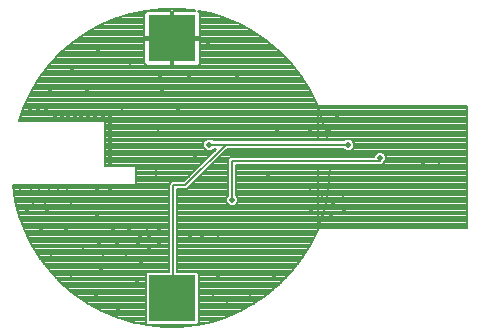
<source format=gbl>
G75*
G70*
%OFA0B0*%
%FSLAX24Y24*%
%IPPOS*%
%LPD*%
%AMOC8*
5,1,8,0,0,1.08239X$1,22.5*
%
%ADD10R,0.1575X0.1575*%
%ADD11C,0.0180*%
%ADD12C,0.0080*%
%ADD13C,0.0200*%
%ADD14C,0.0060*%
D10*
X005635Y001305D03*
X005635Y009967D03*
D11*
X006825Y009817D03*
X008180Y009226D03*
X007784Y008723D03*
X007312Y008120D03*
X006208Y008664D03*
X005217Y008758D03*
X004703Y008817D03*
X004216Y009196D03*
X004124Y009929D03*
X003146Y009542D03*
X002290Y008951D03*
X001577Y008248D03*
X001435Y007596D03*
X001152Y007610D03*
X000884Y007632D03*
X001733Y007403D03*
X001945Y007403D03*
X002158Y007403D03*
X002389Y007403D03*
X002609Y007403D03*
X002825Y007403D03*
X003075Y007403D03*
X003318Y007403D03*
X003549Y007403D03*
X003549Y007168D03*
X003549Y006941D03*
X003549Y006698D03*
X003549Y006478D03*
X003549Y006266D03*
X003549Y006065D03*
X003549Y005864D03*
X003572Y004979D03*
X003137Y004974D03*
X002265Y004533D03*
X001997Y004358D03*
X001446Y004227D03*
X001394Y004533D03*
X000988Y004561D03*
X000807Y004278D03*
X000637Y004568D03*
X000551Y004840D03*
X000913Y005014D03*
X001208Y005014D03*
X001523Y005014D03*
X001838Y005014D03*
X002122Y005014D03*
X003142Y004039D03*
X003667Y003585D03*
X004184Y003581D03*
X004138Y003241D03*
X003789Y003084D03*
X004103Y002818D03*
X004509Y003084D03*
X004576Y003370D03*
X004878Y003401D03*
X004803Y003671D03*
X005195Y003644D03*
X005183Y003182D03*
X004878Y002971D03*
X004596Y002508D03*
X004471Y001890D03*
X003814Y001753D03*
X003248Y002206D03*
X003331Y002814D03*
X003205Y003186D03*
X002657Y002879D03*
X001607Y002807D03*
X002249Y002104D03*
X003085Y001380D03*
X003818Y000942D03*
X007001Y001307D03*
X007466Y001075D03*
X008241Y001483D03*
X009015Y002094D03*
X009787Y003248D03*
X010927Y004104D03*
X010999Y004482D03*
X010629Y004598D03*
X011006Y004823D03*
X011340Y004606D03*
X011362Y004199D03*
X010266Y004279D03*
X010222Y004838D03*
X008823Y005347D03*
X010317Y006174D03*
X010238Y006944D03*
X010866Y006944D03*
X011139Y007354D03*
X009135Y006901D03*
X006387Y006087D03*
X006177Y005696D03*
X005982Y005295D03*
X005096Y005477D03*
X005162Y006813D03*
X005838Y007546D03*
X005306Y008176D03*
X003972Y007503D03*
X002779Y008166D03*
X002096Y003633D03*
X001271Y003551D03*
X006243Y003342D03*
X006643Y003313D03*
X007151Y003277D03*
X007935Y003233D03*
X007151Y002043D03*
X014007Y005742D03*
X014525Y005715D03*
D12*
X004747Y001674D02*
X002093Y001674D01*
X002185Y001596D02*
X004747Y001596D01*
X004747Y001517D02*
X002278Y001517D01*
X002366Y001442D02*
X001956Y001791D01*
X001583Y002178D01*
X001252Y002602D01*
X000965Y003057D01*
X000726Y003539D01*
X000537Y004042D01*
X000400Y004562D01*
X000316Y005093D01*
X004430Y005093D01*
X004430Y005720D01*
X003382Y005720D01*
X003382Y007199D01*
X000516Y007199D01*
X000698Y007705D01*
X000931Y008190D01*
X001211Y008649D01*
X001537Y009077D01*
X001904Y009470D01*
X002309Y009823D01*
X002748Y010134D01*
X003216Y010399D01*
X003709Y010615D01*
X004221Y010780D01*
X004747Y010893D01*
X005281Y010951D01*
X005819Y010955D01*
X006354Y010905D01*
X006409Y010894D01*
X005675Y010894D01*
X005675Y010007D01*
X006562Y010007D01*
X006562Y010773D01*
X006552Y010808D01*
X006534Y010840D01*
X006508Y010866D01*
X006486Y010879D01*
X006882Y010801D01*
X007396Y010644D01*
X007892Y010435D01*
X008364Y010178D01*
X008808Y009874D01*
X009218Y009527D01*
X009592Y009140D01*
X009924Y008717D01*
X010212Y008262D01*
X010452Y007781D01*
X010642Y007278D01*
X010781Y006758D01*
X010811Y006566D01*
X007015Y006566D01*
X006955Y006626D01*
X006790Y006626D01*
X006673Y006509D01*
X006673Y006343D01*
X006790Y006226D01*
X006955Y006226D01*
X007015Y006286D01*
X007105Y006286D01*
X006019Y005200D01*
X005619Y005200D01*
X005543Y005124D01*
X005543Y002193D01*
X004806Y002193D01*
X004747Y002134D01*
X004747Y000477D01*
X004806Y000418D01*
X006438Y000418D01*
X006425Y000415D01*
X005890Y000358D01*
X005352Y000355D01*
X004817Y000406D01*
X004290Y000511D01*
X003776Y000670D01*
X003280Y000879D01*
X002809Y001138D01*
X002366Y001442D01*
X002371Y001439D02*
X004747Y001439D01*
X004747Y001360D02*
X002485Y001360D01*
X002599Y001282D02*
X004747Y001282D01*
X004747Y001203D02*
X002713Y001203D01*
X002832Y001125D02*
X004747Y001125D01*
X004747Y001046D02*
X002975Y001046D01*
X003118Y000968D02*
X004747Y000968D01*
X004747Y000889D02*
X003262Y000889D01*
X003442Y000811D02*
X004747Y000811D01*
X004747Y000732D02*
X003627Y000732D01*
X003827Y000654D02*
X004747Y000654D01*
X004747Y000575D02*
X004082Y000575D01*
X004363Y000497D02*
X004747Y000497D01*
X004756Y000418D02*
X004806Y000418D01*
X006470Y000425D02*
X006522Y000477D01*
X006522Y002134D01*
X006463Y002193D01*
X005803Y002193D01*
X005803Y004940D01*
X006126Y004940D01*
X007472Y006286D01*
X010856Y006286D01*
X010866Y006227D01*
X007413Y006227D01*
X007335Y006149D02*
X010870Y006149D01*
X010866Y006227D02*
X010878Y006018D01*
X007569Y006018D01*
X007487Y005936D01*
X007487Y004715D01*
X007436Y004664D01*
X007436Y004498D01*
X007553Y004381D01*
X007718Y004381D01*
X007836Y004498D01*
X007836Y004664D01*
X007767Y004733D01*
X007767Y005738D01*
X010894Y005738D01*
X010897Y005690D01*
X010873Y005153D01*
X010795Y004621D01*
X010664Y004100D01*
X010480Y003594D01*
X010246Y003110D01*
X009965Y002652D01*
X009638Y002224D01*
X005803Y002224D01*
X005803Y002302D02*
X009698Y002302D01*
X009638Y002224D02*
X009270Y001832D01*
X008864Y001479D01*
X008425Y001169D01*
X007956Y000906D01*
X007463Y000691D01*
X006951Y000527D01*
X006470Y000425D01*
X006522Y000497D02*
X006810Y000497D01*
X006522Y000575D02*
X007103Y000575D01*
X007348Y000654D02*
X006522Y000654D01*
X006522Y000732D02*
X007559Y000732D01*
X007739Y000811D02*
X006522Y000811D01*
X006522Y000889D02*
X007919Y000889D01*
X008067Y000968D02*
X006522Y000968D01*
X006522Y001046D02*
X008206Y001046D01*
X008346Y001125D02*
X006522Y001125D01*
X006522Y001203D02*
X008473Y001203D01*
X008584Y001282D02*
X006522Y001282D01*
X006522Y001360D02*
X008696Y001360D01*
X008807Y001439D02*
X006522Y001439D01*
X006522Y001517D02*
X008908Y001517D01*
X008998Y001596D02*
X006522Y001596D01*
X006522Y001674D02*
X009089Y001674D01*
X009179Y001753D02*
X006522Y001753D01*
X006522Y001831D02*
X009269Y001831D01*
X009343Y001910D02*
X006522Y001910D01*
X006522Y001988D02*
X009417Y001988D01*
X009491Y002067D02*
X006522Y002067D01*
X006511Y002145D02*
X009564Y002145D01*
X009758Y002381D02*
X005803Y002381D01*
X005803Y002459D02*
X009818Y002459D01*
X009878Y002538D02*
X005803Y002538D01*
X005803Y002616D02*
X009938Y002616D01*
X009991Y002695D02*
X005803Y002695D01*
X005803Y002773D02*
X010040Y002773D01*
X010088Y002852D02*
X005803Y002852D01*
X005803Y002930D02*
X010136Y002930D01*
X010184Y003009D02*
X005803Y003009D01*
X005803Y003087D02*
X010233Y003087D01*
X010273Y003166D02*
X005803Y003166D01*
X005803Y003244D02*
X010311Y003244D01*
X010349Y003323D02*
X005803Y003323D01*
X005803Y003401D02*
X010387Y003401D01*
X010425Y003480D02*
X005803Y003480D01*
X005803Y003558D02*
X010463Y003558D01*
X010491Y003634D02*
X010491Y005738D01*
X012621Y005738D01*
X012703Y005820D01*
X012703Y005838D01*
X012763Y005898D01*
X012763Y006064D01*
X012645Y006181D01*
X012480Y006181D01*
X012363Y006064D01*
X012363Y006018D01*
X010491Y006018D01*
X010491Y006286D01*
X011340Y006286D01*
X011419Y006207D01*
X011584Y006207D01*
X011702Y006324D01*
X011702Y006490D01*
X011584Y006607D01*
X011419Y006607D01*
X011378Y006566D01*
X010491Y006566D01*
X010491Y007707D01*
X010495Y007704D01*
X015478Y007707D01*
X015478Y003634D01*
X010742Y003634D01*
X010719Y003644D01*
X010697Y003634D01*
X010491Y003634D01*
X010491Y003637D02*
X010703Y003637D01*
X010736Y003637D02*
X015478Y003637D01*
X015478Y003715D02*
X010491Y003715D01*
X010524Y003715D02*
X005803Y003715D01*
X005803Y003637D02*
X010496Y003637D01*
X010491Y003794D02*
X015478Y003794D01*
X015478Y003872D02*
X010491Y003872D01*
X010491Y003951D02*
X015478Y003951D01*
X015478Y004029D02*
X010491Y004029D01*
X010491Y004108D02*
X015478Y004108D01*
X015478Y004186D02*
X010491Y004186D01*
X010491Y004265D02*
X015478Y004265D01*
X015478Y004343D02*
X010491Y004343D01*
X010491Y004422D02*
X015478Y004422D01*
X015478Y004500D02*
X010491Y004500D01*
X010491Y004579D02*
X015478Y004579D01*
X015478Y004657D02*
X010491Y004657D01*
X010491Y004736D02*
X015478Y004736D01*
X015478Y004814D02*
X010491Y004814D01*
X010491Y004893D02*
X015478Y004893D01*
X015478Y004971D02*
X010491Y004971D01*
X010491Y005050D02*
X015478Y005050D01*
X015478Y005128D02*
X010491Y005128D01*
X010491Y005207D02*
X015478Y005207D01*
X015478Y005285D02*
X010491Y005285D01*
X010491Y005364D02*
X015478Y005364D01*
X015478Y005442D02*
X010491Y005442D01*
X010491Y005521D02*
X015478Y005521D01*
X015478Y005599D02*
X010491Y005599D01*
X010491Y005678D02*
X015478Y005678D01*
X015478Y005756D02*
X012639Y005756D01*
X012703Y005835D02*
X015478Y005835D01*
X015478Y005913D02*
X012763Y005913D01*
X012763Y005992D02*
X015478Y005992D01*
X015478Y006070D02*
X012756Y006070D01*
X012678Y006149D02*
X015478Y006149D01*
X015478Y006227D02*
X011604Y006227D01*
X011683Y006306D02*
X015478Y006306D01*
X015478Y006384D02*
X011702Y006384D01*
X011702Y006463D02*
X015478Y006463D01*
X015478Y006541D02*
X011650Y006541D01*
X011502Y006426D02*
X011502Y006407D01*
X011502Y006426D02*
X007433Y006426D01*
X006873Y006426D01*
X006710Y006306D02*
X003382Y006306D01*
X003382Y006384D02*
X006673Y006384D01*
X006673Y006463D02*
X003382Y006463D01*
X003382Y006541D02*
X006705Y006541D01*
X006783Y006620D02*
X003382Y006620D01*
X003382Y006698D02*
X010790Y006698D01*
X010803Y006620D02*
X006962Y006620D01*
X006956Y006227D02*
X007046Y006227D01*
X006967Y006149D02*
X003382Y006149D01*
X003382Y006227D02*
X006789Y006227D01*
X006889Y006070D02*
X003382Y006070D01*
X003382Y005992D02*
X006810Y005992D01*
X006732Y005913D02*
X003382Y005913D01*
X003382Y005835D02*
X006653Y005835D01*
X006575Y005756D02*
X003382Y005756D01*
X004430Y005678D02*
X006496Y005678D01*
X006418Y005599D02*
X004430Y005599D01*
X004430Y005521D02*
X006339Y005521D01*
X006261Y005442D02*
X004430Y005442D01*
X004430Y005364D02*
X006182Y005364D01*
X006104Y005285D02*
X004430Y005285D01*
X004430Y005207D02*
X006025Y005207D01*
X006236Y005050D02*
X007487Y005050D01*
X007487Y005128D02*
X006314Y005128D01*
X006393Y005207D02*
X007487Y005207D01*
X007487Y005285D02*
X006471Y005285D01*
X006550Y005364D02*
X007487Y005364D01*
X007487Y005442D02*
X006628Y005442D01*
X006707Y005521D02*
X007487Y005521D01*
X007487Y005599D02*
X006785Y005599D01*
X006864Y005678D02*
X007487Y005678D01*
X007487Y005756D02*
X006942Y005756D01*
X007021Y005835D02*
X007487Y005835D01*
X007487Y005913D02*
X007099Y005913D01*
X007178Y005992D02*
X007542Y005992D01*
X007627Y005878D02*
X012563Y005878D01*
X012563Y005981D01*
X012447Y006149D02*
X010491Y006149D01*
X010491Y006227D02*
X011399Y006227D01*
X010875Y006070D02*
X007256Y006070D01*
X007627Y005878D02*
X007627Y004581D01*
X007636Y004581D01*
X007836Y004579D02*
X010784Y004579D01*
X010800Y004657D02*
X007836Y004657D01*
X007767Y004736D02*
X010812Y004736D01*
X010823Y004814D02*
X007767Y004814D01*
X007767Y004893D02*
X010835Y004893D01*
X010846Y004971D02*
X007767Y004971D01*
X007767Y005050D02*
X010858Y005050D01*
X010869Y005128D02*
X007767Y005128D01*
X007767Y005207D02*
X010875Y005207D01*
X010879Y005285D02*
X007767Y005285D01*
X007767Y005364D02*
X010882Y005364D01*
X010886Y005442D02*
X007767Y005442D01*
X007767Y005521D02*
X010889Y005521D01*
X010893Y005599D02*
X007767Y005599D01*
X007767Y005678D02*
X010896Y005678D01*
X010491Y006070D02*
X012369Y006070D01*
X010776Y006777D02*
X003382Y006777D01*
X003382Y006855D02*
X010755Y006855D01*
X010734Y006934D02*
X003382Y006934D01*
X003382Y007012D02*
X010713Y007012D01*
X010692Y007091D02*
X003382Y007091D01*
X003382Y007169D02*
X010671Y007169D01*
X010650Y007248D02*
X000533Y007248D01*
X000561Y007326D02*
X010624Y007326D01*
X010594Y007405D02*
X000590Y007405D01*
X000618Y007483D02*
X010565Y007483D01*
X010491Y007483D02*
X015478Y007483D01*
X015478Y007405D02*
X010491Y007405D01*
X010491Y007326D02*
X015478Y007326D01*
X015478Y007248D02*
X010491Y007248D01*
X010491Y007169D02*
X015478Y007169D01*
X015478Y007091D02*
X010491Y007091D01*
X010491Y007012D02*
X015478Y007012D01*
X015478Y006934D02*
X010491Y006934D01*
X010491Y006855D02*
X015478Y006855D01*
X015478Y006777D02*
X010491Y006777D01*
X010491Y006698D02*
X015478Y006698D01*
X015478Y006620D02*
X010491Y006620D01*
X010491Y007562D02*
X015478Y007562D01*
X015478Y007640D02*
X010491Y007640D01*
X010505Y007640D02*
X000675Y007640D01*
X000646Y007562D02*
X010535Y007562D01*
X010476Y007719D02*
X000705Y007719D01*
X000742Y007797D02*
X010444Y007797D01*
X010405Y007876D02*
X000780Y007876D01*
X000818Y007954D02*
X010365Y007954D01*
X010326Y008033D02*
X000855Y008033D01*
X000893Y008111D02*
X010287Y008111D01*
X010248Y008190D02*
X000931Y008190D01*
X000979Y008268D02*
X010208Y008268D01*
X010158Y008347D02*
X001027Y008347D01*
X001075Y008425D02*
X010108Y008425D01*
X010059Y008504D02*
X001123Y008504D01*
X001171Y008582D02*
X010009Y008582D01*
X009959Y008661D02*
X001220Y008661D01*
X001280Y008739D02*
X009906Y008739D01*
X009845Y008818D02*
X001340Y008818D01*
X001400Y008896D02*
X009783Y008896D01*
X009721Y008975D02*
X001459Y008975D01*
X001519Y009053D02*
X004786Y009053D01*
X004793Y009049D02*
X004829Y009040D01*
X005595Y009040D01*
X005595Y009927D01*
X005675Y009927D01*
X005675Y010007D01*
X005595Y010007D01*
X005595Y010894D01*
X004829Y010894D01*
X004793Y010885D01*
X004761Y010866D01*
X004735Y010840D01*
X004717Y010808D01*
X004707Y010773D01*
X004707Y010007D01*
X005595Y010007D01*
X005595Y009927D01*
X004707Y009927D01*
X004707Y009161D01*
X004717Y009125D01*
X004735Y009094D01*
X004761Y009067D01*
X004793Y009049D01*
X004715Y009132D02*
X001588Y009132D01*
X001662Y009210D02*
X004707Y009210D01*
X004707Y009289D02*
X001735Y009289D01*
X001809Y009367D02*
X004707Y009367D01*
X004707Y009446D02*
X001882Y009446D01*
X001967Y009524D02*
X004707Y009524D01*
X004707Y009603D02*
X002057Y009603D01*
X002147Y009681D02*
X004707Y009681D01*
X004707Y009760D02*
X002237Y009760D01*
X002330Y009838D02*
X004707Y009838D01*
X004707Y009917D02*
X002441Y009917D01*
X002552Y009995D02*
X005595Y009995D01*
X005595Y009917D02*
X005675Y009917D01*
X005675Y009927D02*
X005675Y009040D01*
X006440Y009040D01*
X006476Y009049D01*
X006508Y009067D01*
X006534Y009094D01*
X006552Y009125D01*
X006562Y009161D01*
X006562Y009927D01*
X005675Y009927D01*
X005675Y009995D02*
X008631Y009995D01*
X008745Y009917D02*
X006562Y009917D01*
X006562Y009838D02*
X008850Y009838D01*
X008943Y009760D02*
X006562Y009760D01*
X006562Y009681D02*
X009036Y009681D01*
X009128Y009603D02*
X006562Y009603D01*
X006562Y009524D02*
X009221Y009524D01*
X009296Y009446D02*
X006562Y009446D01*
X006562Y009367D02*
X009372Y009367D01*
X009448Y009289D02*
X006562Y009289D01*
X006562Y009210D02*
X009524Y009210D01*
X009598Y009132D02*
X006554Y009132D01*
X006483Y009053D02*
X009660Y009053D01*
X008516Y010074D02*
X006562Y010074D01*
X006562Y010152D02*
X008402Y010152D01*
X008267Y010231D02*
X006562Y010231D01*
X006562Y010309D02*
X008123Y010309D01*
X007979Y010388D02*
X006562Y010388D01*
X006562Y010466D02*
X007818Y010466D01*
X007632Y010545D02*
X006562Y010545D01*
X006562Y010623D02*
X007445Y010623D01*
X007206Y010702D02*
X006562Y010702D01*
X006560Y010780D02*
X006949Y010780D01*
X006588Y010859D02*
X006515Y010859D01*
X006011Y010937D02*
X005155Y010937D01*
X004754Y010859D02*
X004589Y010859D01*
X004709Y010780D02*
X004222Y010780D01*
X003978Y010702D02*
X004707Y010702D01*
X004707Y010623D02*
X003734Y010623D01*
X003549Y010545D02*
X004707Y010545D01*
X004707Y010466D02*
X003370Y010466D01*
X003197Y010388D02*
X004707Y010388D01*
X004707Y010309D02*
X003058Y010309D01*
X002919Y010231D02*
X004707Y010231D01*
X004707Y010152D02*
X002780Y010152D01*
X002663Y010074D02*
X004707Y010074D01*
X005595Y010074D02*
X005675Y010074D01*
X005675Y010152D02*
X005595Y010152D01*
X005595Y010231D02*
X005675Y010231D01*
X005675Y010309D02*
X005595Y010309D01*
X005595Y010388D02*
X005675Y010388D01*
X005675Y010466D02*
X005595Y010466D01*
X005595Y010545D02*
X005675Y010545D01*
X005675Y010623D02*
X005595Y010623D01*
X005595Y010702D02*
X005675Y010702D01*
X005675Y010780D02*
X005595Y010780D01*
X005595Y010859D02*
X005675Y010859D01*
X005675Y009838D02*
X005595Y009838D01*
X005595Y009760D02*
X005675Y009760D01*
X005675Y009681D02*
X005595Y009681D01*
X005595Y009603D02*
X005675Y009603D01*
X005675Y009524D02*
X005595Y009524D01*
X005595Y009446D02*
X005675Y009446D01*
X005675Y009367D02*
X005595Y009367D01*
X005595Y009289D02*
X005675Y009289D01*
X005675Y009210D02*
X005595Y009210D01*
X005595Y009132D02*
X005675Y009132D01*
X005675Y009053D02*
X005595Y009053D01*
X005547Y005128D02*
X004430Y005128D01*
X005543Y005050D02*
X000322Y005050D01*
X000335Y004971D02*
X005543Y004971D01*
X005543Y004893D02*
X000347Y004893D01*
X000360Y004814D02*
X005543Y004814D01*
X005543Y004736D02*
X000372Y004736D01*
X000384Y004657D02*
X005543Y004657D01*
X005543Y004579D02*
X000397Y004579D01*
X000416Y004500D02*
X005543Y004500D01*
X005543Y004422D02*
X000437Y004422D01*
X000457Y004343D02*
X005543Y004343D01*
X005543Y004265D02*
X000478Y004265D01*
X000499Y004186D02*
X005543Y004186D01*
X005543Y004108D02*
X000519Y004108D01*
X000542Y004029D02*
X005543Y004029D01*
X005543Y003951D02*
X000571Y003951D01*
X000601Y003872D02*
X005543Y003872D01*
X005543Y003794D02*
X000630Y003794D01*
X000660Y003715D02*
X005543Y003715D01*
X005543Y003637D02*
X000689Y003637D01*
X000719Y003558D02*
X005543Y003558D01*
X005543Y003480D02*
X000755Y003480D01*
X000794Y003401D02*
X005543Y003401D01*
X005543Y003323D02*
X000833Y003323D01*
X000872Y003244D02*
X005543Y003244D01*
X005543Y003166D02*
X000911Y003166D01*
X000950Y003087D02*
X005543Y003087D01*
X005543Y003009D02*
X000996Y003009D01*
X001045Y002930D02*
X005543Y002930D01*
X005543Y002852D02*
X001095Y002852D01*
X001144Y002773D02*
X005543Y002773D01*
X005543Y002695D02*
X001194Y002695D01*
X001243Y002616D02*
X005543Y002616D01*
X005543Y002538D02*
X001302Y002538D01*
X001364Y002459D02*
X005543Y002459D01*
X005543Y002381D02*
X001425Y002381D01*
X001487Y002302D02*
X005543Y002302D01*
X005543Y002224D02*
X001548Y002224D01*
X001615Y002145D02*
X004758Y002145D01*
X004747Y002067D02*
X001691Y002067D01*
X001766Y001988D02*
X004747Y001988D01*
X004747Y001910D02*
X001841Y001910D01*
X001917Y001831D02*
X004747Y001831D01*
X004747Y001753D02*
X002000Y001753D01*
X005803Y003794D02*
X010553Y003794D01*
X010581Y003872D02*
X005803Y003872D01*
X005803Y003951D02*
X010610Y003951D01*
X010638Y004029D02*
X005803Y004029D01*
X005803Y004108D02*
X010666Y004108D01*
X010686Y004186D02*
X005803Y004186D01*
X005803Y004265D02*
X010705Y004265D01*
X010725Y004343D02*
X005803Y004343D01*
X005803Y004422D02*
X007512Y004422D01*
X007436Y004500D02*
X005803Y004500D01*
X005803Y004579D02*
X007436Y004579D01*
X007436Y004657D02*
X005803Y004657D01*
X005803Y004736D02*
X007487Y004736D01*
X007487Y004814D02*
X005803Y004814D01*
X005803Y004893D02*
X007487Y004893D01*
X007487Y004971D02*
X006157Y004971D01*
X007759Y004422D02*
X010745Y004422D01*
X010765Y004500D02*
X007836Y004500D01*
D13*
X007636Y004581D03*
X006873Y006426D03*
X011502Y006407D03*
X012563Y005981D03*
D14*
X007433Y006430D02*
X007433Y006426D01*
X007433Y006430D02*
X006073Y005070D01*
X005673Y005070D01*
X005673Y001310D01*
X005635Y001305D01*
M02*

</source>
